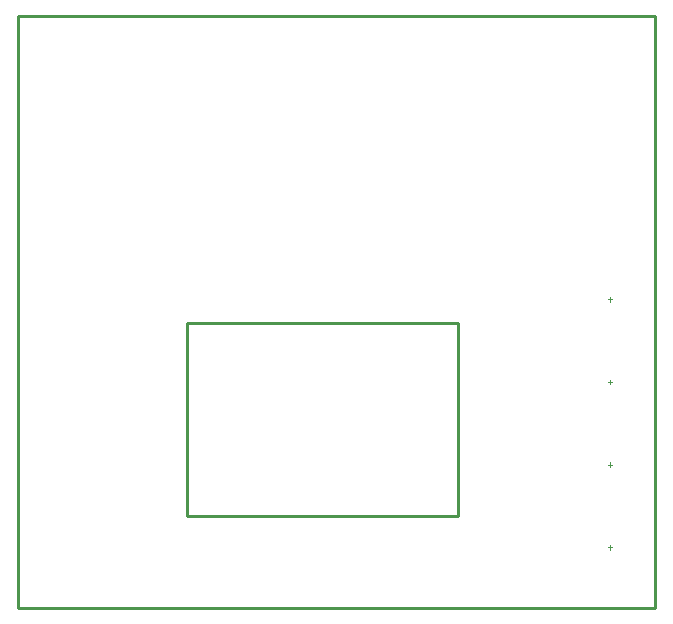
<source format=gm1>
G04*
G04 #@! TF.GenerationSoftware,Altium Limited,Altium Designer,22.0.2 (36)*
G04*
G04 Layer_Color=16711935*
%FSLAX25Y25*%
%MOIN*%
G70*
G04*
G04 #@! TF.SameCoordinates,3FE311A2-DF91-43EC-BEA0-AB145DDAB98B*
G04*
G04*
G04 #@! TF.FilePolarity,Positive*
G04*
G01*
G75*
%ADD10C,0.01000*%
%ADD46C,0.00394*%
D10*
X204100Y42900D02*
X416700D01*
X204100Y240000D02*
X416700D01*
Y42900D02*
Y240000D01*
X204100Y42900D02*
Y240000D01*
X260557Y73600D02*
X351057D01*
X260557Y137773D02*
X351057D01*
Y73600D02*
Y137773D01*
X260557Y73600D02*
Y137773D01*
D46*
X401575Y62205D02*
Y63779D01*
X400787Y62992D02*
X402362D01*
X401575Y117323D02*
Y118898D01*
X400787Y118110D02*
X402362D01*
X401575Y144882D02*
Y146457D01*
X400787Y145669D02*
X402362D01*
X401575Y89764D02*
Y91338D01*
X400787Y90551D02*
X402362D01*
M02*

</source>
